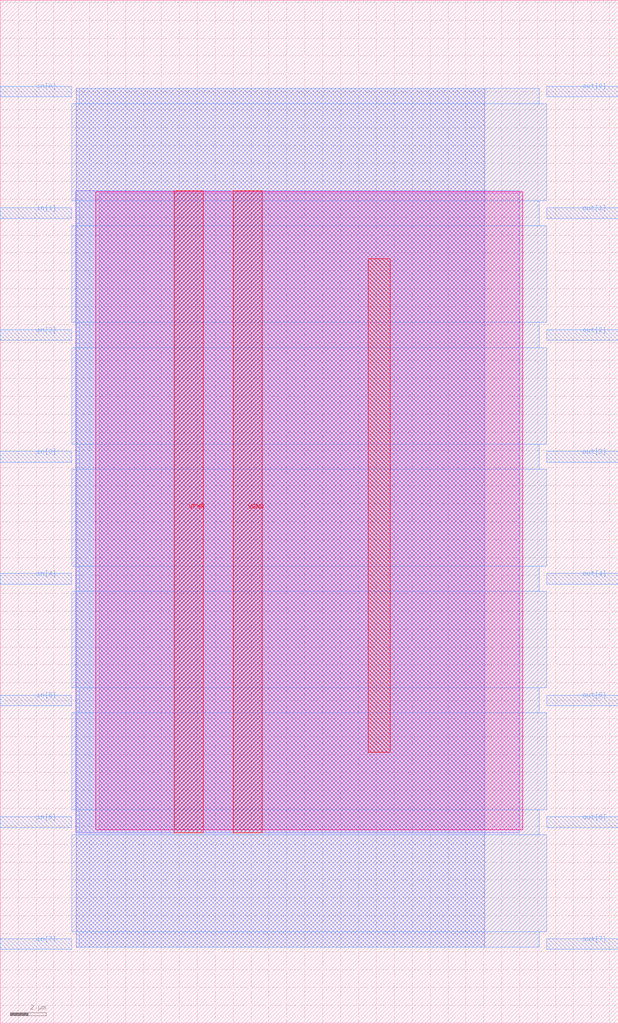
<source format=lef>
VERSION 5.7 ;
  NOWIREEXTENSIONATPIN ON ;
  DIVIDERCHAR "/" ;
  BUSBITCHARS "[]" ;
MACRO main
  CLASS BLOCK ;
  FOREIGN main ;
  ORIGIN 0.000 0.000 ;
  SIZE 34.500 BY 57.120 ;
  PIN VGND
    DIRECTION INOUT ;
    USE GROUND ;
    PORT
      LAYER met4 ;
        RECT 13.020 10.640 14.620 46.480 ;
    END
  END VGND
  PIN VPWR
    DIRECTION INOUT ;
    USE POWER ;
    PORT
      LAYER met4 ;
        RECT 9.720 10.640 11.320 46.480 ;
    END
  END VPWR
  PIN in[0]
    DIRECTION INPUT ;
    USE SIGNAL ;
    ANTENNAGATEAREA 0.196500 ;
    PORT
      LAYER met3 ;
        RECT 0.000 51.720 4.000 52.320 ;
    END
  END in[0]
  PIN in[1]
    DIRECTION INPUT ;
    USE SIGNAL ;
    ANTENNAGATEAREA 0.196500 ;
    PORT
      LAYER met3 ;
        RECT 0.000 44.920 4.000 45.520 ;
    END
  END in[1]
  PIN in[2]
    DIRECTION INPUT ;
    USE SIGNAL ;
    ANTENNAGATEAREA 0.196500 ;
    PORT
      LAYER met3 ;
        RECT 0.000 38.120 4.000 38.720 ;
    END
  END in[2]
  PIN in[3]
    DIRECTION INPUT ;
    USE SIGNAL ;
    ANTENNAGATEAREA 0.196500 ;
    PORT
      LAYER met3 ;
        RECT 0.000 31.320 4.000 31.920 ;
    END
  END in[3]
  PIN in[4]
    DIRECTION INPUT ;
    USE SIGNAL ;
    ANTENNAGATEAREA 0.196500 ;
    PORT
      LAYER met3 ;
        RECT 0.000 24.520 4.000 25.120 ;
    END
  END in[4]
  PIN in[5]
    DIRECTION INPUT ;
    USE SIGNAL ;
    ANTENNAGATEAREA 0.196500 ;
    PORT
      LAYER met3 ;
        RECT 0.000 17.720 4.000 18.320 ;
    END
  END in[5]
  PIN in[6]
    DIRECTION INPUT ;
    USE SIGNAL ;
    ANTENNAGATEAREA 0.196500 ;
    PORT
      LAYER met3 ;
        RECT 0.000 10.920 4.000 11.520 ;
    END
  END in[6]
  PIN in[7]
    DIRECTION INPUT ;
    USE SIGNAL ;
    ANTENNAGATEAREA 0.126000 ;
    PORT
      LAYER met3 ;
        RECT 0.000 4.120 4.000 4.720 ;
    END
  END in[7]
  PIN out[0]
    DIRECTION OUTPUT ;
    USE SIGNAL ;
    ANTENNADIFFAREA 0.445500 ;
    PORT
      LAYER met3 ;
        RECT 30.500 51.720 34.500 52.320 ;
    END
  END out[0]
  PIN out[1]
    DIRECTION OUTPUT ;
    USE SIGNAL ;
    ANTENNADIFFAREA 0.445500 ;
    PORT
      LAYER met3 ;
        RECT 30.500 44.920 34.500 45.520 ;
    END
  END out[1]
  PIN out[2]
    DIRECTION OUTPUT ;
    USE SIGNAL ;
    ANTENNADIFFAREA 0.445500 ;
    PORT
      LAYER met3 ;
        RECT 30.500 38.120 34.500 38.720 ;
    END
  END out[2]
  PIN out[3]
    DIRECTION OUTPUT ;
    USE SIGNAL ;
    ANTENNADIFFAREA 0.445500 ;
    PORT
      LAYER met3 ;
        RECT 30.500 31.320 34.500 31.920 ;
    END
  END out[3]
  PIN out[4]
    DIRECTION OUTPUT ;
    USE SIGNAL ;
    ANTENNADIFFAREA 0.445500 ;
    PORT
      LAYER met3 ;
        RECT 30.500 24.520 34.500 25.120 ;
    END
  END out[4]
  PIN out[5]
    DIRECTION OUTPUT ;
    USE SIGNAL ;
    ANTENNADIFFAREA 0.445500 ;
    PORT
      LAYER met3 ;
        RECT 30.500 17.720 34.500 18.320 ;
    END
  END out[5]
  PIN out[6]
    DIRECTION OUTPUT ;
    USE SIGNAL ;
    ANTENNADIFFAREA 0.445500 ;
    PORT
      LAYER met3 ;
        RECT 30.500 10.920 34.500 11.520 ;
    END
  END out[6]
  PIN out[7]
    DIRECTION OUTPUT ;
    USE SIGNAL ;
    ANTENNADIFFAREA 0.795200 ;
    PORT
      LAYER met3 ;
        RECT 30.500 4.120 34.500 4.720 ;
    END
  END out[7]
  OBS
      LAYER nwell ;
        RECT 5.330 10.795 29.170 46.430 ;
      LAYER li1 ;
        RECT 5.520 10.795 28.980 46.325 ;
      LAYER met1 ;
        RECT 4.210 10.640 28.980 46.480 ;
      LAYER met2 ;
        RECT 4.230 4.235 27.050 52.205 ;
      LAYER met3 ;
        RECT 4.400 51.320 30.100 52.185 ;
        RECT 3.990 45.920 30.500 51.320 ;
        RECT 4.400 44.520 30.100 45.920 ;
        RECT 3.990 39.120 30.500 44.520 ;
        RECT 4.400 37.720 30.100 39.120 ;
        RECT 3.990 32.320 30.500 37.720 ;
        RECT 4.400 30.920 30.100 32.320 ;
        RECT 3.990 25.520 30.500 30.920 ;
        RECT 4.400 24.120 30.100 25.520 ;
        RECT 3.990 18.720 30.500 24.120 ;
        RECT 4.400 17.320 30.100 18.720 ;
        RECT 3.990 11.920 30.500 17.320 ;
        RECT 4.400 10.520 30.100 11.920 ;
        RECT 3.990 5.120 30.500 10.520 ;
        RECT 4.400 4.255 30.100 5.120 ;
      LAYER met4 ;
        RECT 20.535 15.135 21.785 42.665 ;
  END
END main
END LIBRARY


</source>
